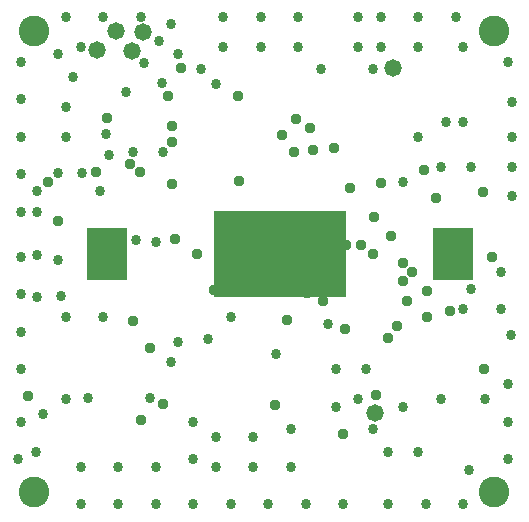
<source format=gbr>
G04 EAGLE Gerber RS-274X export*
G75*
%MOMM*%
%FSLAX34Y34*%
%LPD*%
%INSoldermask Bottom*%
%IPPOS*%
%AMOC8*
5,1,8,0,0,1.08239X$1,22.5*%
G01*
%ADD10C,2.603200*%
%ADD11C,1.473200*%
%ADD12R,3.403200X4.403200*%
%ADD13C,0.959600*%
%ADD14C,0.859600*%

G36*
X294765Y195139D02*
X294765Y195139D01*
X294765Y195140D01*
X294765Y267140D01*
X294761Y267145D01*
X294760Y267145D01*
X182760Y267145D01*
X182755Y267141D01*
X182755Y267140D01*
X182755Y195140D01*
X182759Y195135D01*
X182760Y195135D01*
X294760Y195135D01*
X294765Y195139D01*
G37*
D10*
X30000Y30000D03*
X420000Y30000D03*
X30000Y420000D03*
X420000Y420000D03*
D11*
X334010Y388620D03*
X122936Y419100D03*
X113030Y403352D03*
X99822Y419862D03*
X83820Y403860D03*
X319024Y96266D03*
D12*
X385260Y231140D03*
X92260Y231140D03*
D13*
X143764Y364490D03*
X202692Y364744D03*
X297688Y287020D03*
X293370Y167640D03*
X382270Y182880D03*
X266446Y319024D03*
X318262Y262382D03*
X370840Y278384D03*
X50800Y259080D03*
X323850Y291084D03*
X284480Y320548D03*
X244856Y175270D03*
X411480Y133350D03*
X418084Y228346D03*
X410464Y283972D03*
X203718Y293068D03*
X275198Y191209D03*
X120650Y90170D03*
X25146Y111252D03*
X234188Y103646D03*
X147066Y290068D03*
D14*
X33020Y284480D03*
X50800Y299800D03*
X19050Y361950D03*
X19050Y330200D03*
X57150Y355600D03*
X57150Y330200D03*
X91440Y332740D03*
X93980Y314960D03*
X114300Y317500D03*
X139700Y317500D03*
X107950Y368300D03*
X71120Y299720D03*
X86360Y284480D03*
X19050Y298450D03*
X19050Y266700D03*
X33020Y266700D03*
X116840Y242570D03*
X133350Y241300D03*
X19050Y228600D03*
X33020Y229870D03*
X88900Y177800D03*
X57150Y177800D03*
X33020Y194310D03*
X19050Y196850D03*
X19050Y165100D03*
X50800Y226060D03*
X53340Y195580D03*
X19050Y133350D03*
X76200Y109220D03*
X57150Y107950D03*
X38100Y95250D03*
X19050Y88900D03*
X128270Y109220D03*
X16510Y57150D03*
X31750Y63500D03*
X69850Y50800D03*
X101600Y50800D03*
X133350Y50800D03*
X69850Y19050D03*
X101600Y19050D03*
X133350Y19050D03*
X165100Y19050D03*
X165100Y88900D03*
X165100Y57150D03*
X184150Y76200D03*
X215900Y76200D03*
X215900Y50800D03*
X184150Y50800D03*
X196850Y19050D03*
X228600Y19050D03*
X247650Y50800D03*
X247650Y82550D03*
X260350Y19050D03*
X292100Y19050D03*
X317500Y82550D03*
X330200Y63500D03*
X355600Y63500D03*
X330200Y19050D03*
X361950Y19050D03*
X393700Y19050D03*
X431800Y57150D03*
X431800Y88900D03*
X285750Y101600D03*
X304800Y107950D03*
X285750Y133350D03*
X311150Y133350D03*
X342900Y101600D03*
X374650Y107950D03*
X412400Y107950D03*
X431800Y120650D03*
X398780Y48260D03*
X434340Y162560D03*
X146050Y139700D03*
X152400Y156210D03*
X177800Y158750D03*
X196850Y177800D03*
X234950Y146050D03*
X279400Y171450D03*
X425450Y184150D03*
X393700Y184150D03*
X400050Y201850D03*
X425450Y215900D03*
X434800Y280400D03*
X434800Y304800D03*
X434800Y330200D03*
X379000Y342900D03*
X393700Y342900D03*
X400050Y304800D03*
X374650Y304800D03*
X355600Y330200D03*
X434800Y359950D03*
X342900Y292100D03*
X431800Y393700D03*
X393700Y406400D03*
X387350Y431800D03*
X355600Y431800D03*
X355600Y406400D03*
X323850Y431800D03*
X323850Y406400D03*
X304800Y431800D03*
X304800Y406400D03*
X317500Y387350D03*
X273050Y387350D03*
X254000Y406400D03*
X254000Y431800D03*
X222250Y431800D03*
X222250Y406400D03*
X190500Y431800D03*
X190500Y406400D03*
X184150Y374650D03*
X171450Y387350D03*
X152400Y400050D03*
X146050Y425450D03*
X135890Y411480D03*
X120650Y431800D03*
X123190Y392430D03*
X138430Y375920D03*
X88900Y431800D03*
X57150Y431800D03*
X50800Y400050D03*
X69850Y406400D03*
X63500Y381000D03*
X19050Y393700D03*
D13*
X320040Y111760D03*
X111760Y307340D03*
X281178Y256794D03*
X317500Y231140D03*
X350520Y215900D03*
X307340Y238760D03*
X342900Y223520D03*
X294640Y238760D03*
X342900Y208280D03*
X149860Y243840D03*
X128270Y151130D03*
X114300Y173990D03*
X168739Y230969D03*
X146812Y326136D03*
X240284Y332112D03*
X92202Y345948D03*
X252222Y345694D03*
X147320Y339090D03*
X250190Y317500D03*
X236220Y220980D03*
X363220Y177800D03*
X248910Y238760D03*
X346202Y191008D03*
X332486Y246380D03*
X363220Y199390D03*
X246380Y213360D03*
X337820Y170180D03*
X261620Y198120D03*
X330200Y160020D03*
X41910Y292100D03*
X139700Y104140D03*
X236220Y241300D03*
X154940Y388620D03*
X248393Y257328D03*
X119729Y300216D03*
X83045Y300216D03*
X360680Y302260D03*
X203708Y239268D03*
X292354Y78486D03*
X264195Y337743D03*
X182836Y200706D03*
M02*

</source>
